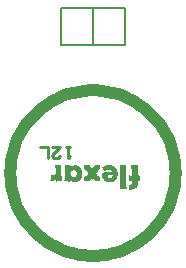
<source format=gto>
%FSTAX44Y44*%
%MOMM*%
%SFA1B1*%

%IPPOS*%
%ADD10C,0.999998*%
%ADD11C,0.200000*%
%ADD12C,0.220000*%
%LNpcb1-1*%
%LPD*%
G36*
X00053541Y00075057D02*
X00053737D01*
X00053957Y00075008*
X00054225Y00074959*
X00054542Y0007491*
X0005486Y00074812*
X00055226Y0007469*
X00055592Y00074544*
X00055958Y00074373*
X00056349Y00074153*
X00056715Y00073909*
X00057105Y00073616*
X00057471Y00073299*
X00057813Y00072908*
X00057838Y00072884*
X00057886Y00072811*
X0005796Y00072713*
X00058082Y00072542*
X00058204Y00072347*
X0005835Y00072127*
X00058497Y00071859*
X00058667Y00071542*
X00058814Y00071224*
X00058985Y00070858*
X00059131Y00070443*
X00059253Y00070028*
X00059375Y00069564*
X00059449Y00069101*
X00059497Y00068588*
X00059522Y00068075*
Y00068027*
Y00067929*
X00059497Y00067758*
Y00067538*
X00059473Y00067245*
X00059424Y00066929*
X00059375Y00066586*
X00059302Y00066196*
X00059204Y00065781*
X00059082Y00065366*
X0005896Y00064927*
X00058789Y00064487*
X0005857Y00064048*
X0005835Y00063608*
X00058082Y00063218*
X00057764Y00062827*
X0005774Y00062803*
X00057667Y0006273*
X00057569Y00062632*
X00057423Y0006251*
X00057252Y00062339*
X00057008Y00062168*
X00056739Y00061973*
X00056446Y00061778*
X00056104Y00061607*
X00055738Y00061412*
X00055323Y00061241*
X0005486Y0006107*
X00054396Y00060948*
X00053859Y0006085*
X00053322Y00060777*
X00052736Y00060752*
X00052516*
X0005237Y00060777*
X00052175Y00060801*
X00051955Y00060826*
X00051467Y00060948*
X00050905Y00061143*
X00050612Y00061265*
X0005032Y00061412*
X00050027Y00061582*
X00049758Y00061802*
X0004949Y00062046*
X00049246Y00062315*
X00049221Y00062339*
X00049123Y00062364*
X00049099*
X00049075Y00062339*
X0004905Y0006229*
X00049026Y00062193*
X00048977Y00062095*
X00048904Y00061924*
X00048855Y00061704*
Y0006168*
X00048831Y00061607*
X00048782Y00061485*
X00048733Y00061363*
X00048684Y00061241*
X00048611Y00061119*
X00048538Y00061045*
X00048464Y00061021*
X00048367*
X0004822Y00061045*
X00048025*
X00047757Y00061094*
X00047415Y00061143*
X00046975Y00061216*
X00046487Y00061314*
X00046414*
X00046341Y00061338*
X00046268Y00061363*
X00045999Y00061412*
X00045706Y00061485*
X00045364Y00061558*
X00045023Y00061631*
X0004473Y00061704*
X00044461Y00061778*
X00044437Y00061802*
X00044364Y00061851*
X0004429Y00061924*
X00044266Y00062022*
Y00062071*
Y00062168*
X0004429Y00062315*
Y00062339*
X00044315Y00062437*
X00044339Y00062559*
X00044364Y00062754*
X00044412Y00062998*
X00044437Y00063267*
X00044486Y00063584*
X00044534Y0006395*
X00044583Y00064316*
X00044632Y00064756*
X00044657Y00065195*
X00044705Y00065659*
X00044754Y0006666*
X00044779Y00067709*
Y00067758*
Y00067831*
Y00067905*
Y00068027*
Y00068173*
Y00068344*
X00044754Y00068515*
Y00068734*
Y00068979*
X0004473Y00069247*
Y0006954*
X00044705Y00069857*
Y00070199*
X00044681Y00070565*
X00044657Y00070956*
Y0007098*
Y00071053*
X00044632Y00071151*
Y00071297*
Y00071468*
X00044608Y00071688*
X00044583Y00072152*
X00044559Y00072664*
X00044534Y00073201*
X0004451Y00073714*
Y00073934*
Y00074153*
Y00074178*
Y00074251*
X00044534Y00074348*
X00044559Y00074446*
X00044632Y00074568*
X00044705Y00074666*
X00044827Y00074739*
X00044998Y00074763*
X00045169*
X00045316Y00074788*
X00045462*
X00045682Y00074812*
X00046145*
X00046438Y00074837*
X00046731*
X00047415Y00074861*
X00048171Y00074885*
X00049001*
X00049026Y00074861*
X00049075Y00074837*
X00049149Y00074788*
X00049221Y0007469*
X00049294Y00074544*
X00049343Y00074348*
X00049392Y0007408*
Y00074056*
X00049416Y00073958*
Y00073836*
X00049441Y00073665*
X00049465Y00073519*
X00049514Y00073397*
X00049538Y00073299*
X00049587Y00073274*
X00049612*
X0004966Y00073323*
X00049758Y00073397*
X0004988Y00073494*
X00049905Y00073519*
X00049953Y00073567*
X00050027Y00073641*
X00050149Y00073738*
X00050295Y0007386*
X00050466Y00074007*
X00050686Y00074129*
X00050905Y00074275*
X00051394Y00074568*
X00051979Y00074837*
X00052297Y00074934*
X00052614Y00075008*
X00052931Y00075057*
X00053273Y00075081*
X00053395*
X00053541Y00075057*
G37*
G36*
X00072581D02*
X00072776D01*
X00073167Y00075008*
X00073582Y00074959*
X00073777Y0007491*
X00073948Y00074885*
X00074094Y00074812*
X00074192Y00074763*
X00074265Y00074666*
X00074289Y00074593*
Y00074568*
Y00074519*
Y00074422*
Y00074275*
Y00074104*
Y00073885*
Y00073641*
Y00073348*
Y00073299*
Y00073201*
Y00073055*
X00074265Y00072884*
Y00072469*
Y00072249*
Y00072079*
Y0007203*
X00074241Y00071932*
X00074143Y00071761*
X00074094Y00071664*
X00073997Y00071542*
X00073972Y00071517*
X00073948Y00071493*
X00073874Y00071419*
X00073801Y00071322*
X00073679Y000712*
X00073557Y00071053*
X00073386Y00070882*
X00073191Y00070687*
X00072971Y00070467*
X00072752Y00070199*
X00072483Y0006993*
X0007219Y00069613*
X00071873Y00069271*
X00071531Y00068905*
X00071141Y00068515*
X0007075Y000681*
X00070799Y00068051*
X00070921Y00067929*
X00071116Y00067758*
X0007136Y00067514*
X00071678Y00067221*
X00071995Y00066904*
X00072727Y0006622*
X00072752Y00066196*
X000728Y00066147*
X00072874Y00066074*
X00072971Y00065976*
X00073216Y00065708*
X00073508Y00065415*
X00073801Y00065097*
X00074045Y00064804*
X00074143Y00064682*
X00074216Y0006456*
X00074265Y00064487*
X00074289Y00064414*
Y00061924*
Y000619*
Y00061875*
X00074216Y00061729*
X00074168Y0006168*
X00074094Y00061607*
X00073972Y00061582*
X00073801Y00061558*
X00073142*
X00072849Y00061582*
X00072508*
X00072117Y00061607*
X00071482*
X00071214Y00061631*
X00070384*
X00070262Y00061656*
X00070091Y00061753*
X00069993Y00061827*
X00069896Y00061924*
X00069871Y00061973*
X00069749Y00062119*
X00069579Y00062339*
X00069334Y00062656*
X00069042Y00063023*
X00068675Y00063486*
X00068236Y00063999*
X00067748Y0006456*
X00067723Y00064536*
X00067699Y00064487*
X00067626Y00064414*
X00067528Y00064292*
X00067431Y0006417*
X00067308Y00064023*
X00067016Y00063657*
X00066698Y00063242*
X00066356Y00062803*
X00066015Y00062364*
X00065722Y00061924*
Y000619*
X00065673Y00061875*
X00065575Y00061778*
X00065405Y00061704*
X00065307Y00061656*
X0006477*
X00064526Y00061631*
X00063867*
X00063452Y00061607*
X00063256*
X00063037Y00061582*
X000625*
X00062182Y00061558*
X00061597*
X00061401Y00061607*
X00061328Y00061656*
X0006123Y00061704*
X00061182Y00061802*
X00061157Y00061924*
Y00064414*
Y00064463*
X00061182Y0006456*
X00061279Y00064731*
X00061328Y00064804*
X00061426Y00064878*
X00061475Y00064927*
X00061548Y00065*
X00061621Y00065073*
X00061743Y00065195*
X00061865Y00065341*
X00062036Y00065512*
X00062231Y00065708*
X00062427Y00065927*
X00062671Y00066171*
X00062939Y0006644*
X00063208Y00066733*
X00063525Y00067075*
X00063867Y00067416*
X00064208Y00067782*
X00064599Y00068197*
X00064575Y00068222*
X0006455Y00068246*
X00064477Y00068319*
X00064404Y00068417*
X00064282Y00068515*
X0006416Y00068661*
X00063989Y00068832*
X00063793Y00069052*
X00063598Y00069271*
X00063354Y00069516*
X00063086Y00069808*
X00062817Y00070101*
X000625Y00070443*
X00062158Y00070785*
X00061816Y00071175*
X00061426Y0007159*
X00061401Y00071615*
X00061377Y00071639*
X00061279Y00071761*
X00061206Y00071932*
X00061157Y00072005*
Y00072103*
Y00074593*
Y00074617*
X00061182Y0007469*
X00061206Y00074788*
X00061279Y00074861*
X00061304*
X00061377Y0007491*
X00061475Y00074934*
X00061645Y00074983*
X00061694*
X00061792Y00075008*
X00061963*
X00062182Y00075032*
X00062427Y00075057*
X00062744*
X00063061Y00075081*
X00063745*
X00063964Y00075057*
X00064233*
X00064526Y00075032*
X00064794Y00075008*
X00065063Y00074983*
X00065087*
X00065185Y00074934*
X00065356Y00074837*
X000656Y00074715*
Y0007469*
X00065624Y00074666*
X00065722Y00074519*
X00065893Y00074275*
X00066137Y00073958*
X0006643Y00073543*
X00066771Y0007303*
X00067211Y00072445*
X00067699Y00071761*
X00067723Y00071785*
X00067772Y00071859*
X00067919Y0007203*
X00067992Y00072127*
X00068114Y00072274*
X0006826Y00072445*
X00068407Y0007264*
X00068602Y00072884*
X00068822Y00073153*
X00069066Y0007347*
X00069334Y00073811*
X00069652Y00074202*
X00069993Y00074641*
X00070018Y0007469*
X00070116Y00074788*
X00070286Y0007491*
X00070531Y00074983*
X00070555*
X00070628Y00075008*
X0007075*
X00070897Y00075032*
X00071116Y00075057*
X00071385*
X00071702Y00075081*
X0007241*
X00072581Y00075057*
G37*
G36*
X00040214D02*
X0004058D01*
X00040922Y00075032*
X00041264Y00075008*
X00041288*
X00041337Y00074983*
X00041483Y0007491*
X0004163Y00074788*
X00041679Y00074666*
X00041703Y00074544*
Y00074519*
Y00074495*
Y00074422*
Y00074324*
Y00074202*
Y0007408*
Y00073909*
Y0007369*
Y0007347*
Y00073226*
Y00072957*
Y0007264*
Y00072323*
Y00071956*
Y0007159*
Y00071175*
Y00071151*
Y00071078*
Y00070956*
Y00070809*
Y00070614*
Y00070394*
X00041679Y00069906*
Y00069369*
Y00068808*
Y00068246*
Y00068002*
Y00067782*
Y00067734*
Y00067636*
Y00067465*
Y00067221*
X00041703Y00066953*
Y00066611*
X00041727Y00066245*
X00041752Y00065854*
X00041776Y00065439*
X00041825Y00065*
X00041947Y00064072*
X00042093Y00063169*
X00042191Y0006273*
X00042289Y00062315*
Y0006229*
Y00062241*
X00042313Y00062119*
Y00062095*
X00042289Y00061997*
X0004224Y00061924*
X00042118Y00061851*
X00042069*
X00041971Y00061827*
X00041776Y00061802*
X00041532Y00061778*
X00041215Y00061729*
X00040824Y00061656*
X0004036Y00061582*
X00039848Y00061509*
X00039823*
X00039751Y00061485*
X00039628Y0006146*
X00039506Y00061436*
X00039335Y00061412*
X0003914Y00061363*
X00038725Y00061289*
X00038286Y00061216*
X0003809Y00061167*
X00037919Y00061143*
X00037773Y00061119*
X00037651Y00061094*
X00037578Y0006107*
X00037505*
X0003748Y00061094*
X00037431Y00061119*
X00037382Y00061167*
X00037334Y00061289*
X00037285Y00061436*
X00037236Y00061656*
X00037212Y00061949*
Y00061973*
Y00062071*
X00037187Y00062217*
X00037163Y00062364*
X00037138Y00062534*
X0003709Y00062681*
X00037041Y00062803*
X00036968Y00062852*
X00036943Y00062827*
X00036894Y00062778*
X00036821Y0006273*
X00036675Y00062632*
X00036479Y0006251*
X00036186Y00062339*
X00035991Y00062241*
X00035796Y00062119*
X00035772*
X00035723Y00062095*
X00035649Y00062046*
X00035552Y00061997*
X00035308Y00061875*
X00034966Y00061729*
X00034551Y00061607*
X00034136Y00061485*
X00033672Y00061387*
X00033209Y00061363*
X00033086*
X00032964Y00061387*
X00032793Y00061412*
X00032647Y0006146*
X00032525Y00061509*
X00032427Y00061607*
X00032403Y00061729*
Y00061753*
Y00061802*
Y000619*
Y00062022*
X00032427Y00062193*
X00032452Y00062388*
X00032476Y00062608*
X00032501Y00062876*
Y00062901*
Y00062998*
X00032525Y00063145*
Y00063315*
X00032549Y00063706*
X00032574Y00063877*
Y00064023*
Y00064048*
Y00064097*
Y00064194*
Y00064316*
Y00064463*
Y00064658*
Y00064878*
Y00065122*
Y00065146*
Y00065244*
Y0006539*
X00032549Y00065561*
Y00065927*
Y00066098*
Y0006622*
Y00066245*
Y00066318*
X00032574Y00066391*
X00032623Y00066489*
X00032696Y00066611*
X00032793Y00066684*
X0003294Y00066757*
X00033135Y00066782*
X00033575*
X00033916Y00066757*
X0003399*
X00034087Y00066733*
X00034209*
X00034453Y00066708*
X00034893*
X00035088Y00066733*
X00035356Y00066757*
X00035625Y00066806*
X00035869Y00066855*
X00036113Y00066953*
X00036308Y00067075*
X00036333Y00067099*
X00036382Y00067148*
X00036431Y00067245*
X00036504Y00067392*
X00036601Y00067587*
X0003665Y00067831*
X00036699Y00068148*
X00036723Y00068539*
Y00068564*
Y00068661*
Y00068808*
Y00069003*
Y00069271*
Y00069589*
X00036699Y00069955*
Y00070394*
Y00070419*
Y00070443*
Y0007059*
Y00070809*
X00036675Y00071078*
Y00071371*
Y00071688*
Y00071981*
Y00072225*
Y00072249*
Y00072298*
Y00072396*
Y00072542*
X0003665Y00072713*
Y00072933*
Y00073177*
X00036626Y0007347*
Y00073494*
X00036601Y00073592*
Y00073738*
X00036577Y00073909*
X00036553Y000743*
Y00074495*
Y00074641*
Y00074666*
Y0007469*
X00036601Y00074837*
X00036675Y00074885*
X00036748Y00074959*
X0003687Y00075008*
X00037041Y00075032*
X00037163*
X00037334Y00075057*
X00037846*
X00038188Y00075081*
X00039872*
X00040214Y00075057*
G37*
G36*
X00104948D02*
X00105289D01*
X00105607Y00075032*
X00105729Y00075008*
X00105851*
X001059Y00074983*
X00106046Y0007491*
X00106144Y00074837*
X00106217Y00074739*
X00106266Y00074593*
X0010629Y00074446*
Y0006666*
Y00066635*
Y00066586*
X00106315Y00066538*
X00106363Y0006644*
X00106437Y00066367*
X00106534Y00066318*
X00106656Y00066269*
X00106852Y00066245*
X00107022*
X00107169Y00066269*
X00107535*
X00107682Y00066245*
X00107828Y00066196*
X00107877Y00066147*
X00107901Y00066074*
Y00066049*
Y00066025*
Y00065952*
X00107926Y0006583*
Y00065708*
X0010795Y00065561*
Y00065366*
Y00065146*
X00107975Y00064927*
Y00064658*
X00107999Y00064365*
Y00064023*
X00108023Y00063682*
Y00063315*
Y00062901*
Y00062486*
Y00062461*
Y00062388*
X00107999Y00062315*
X0010795Y00062193*
X00107901Y00062095*
X00107804Y00061997*
X00107657Y000619*
X00107486Y00061851*
X00107413*
X00107315Y00061827*
X00107193*
X00106876Y00061802*
X0010651Y00061778*
Y00061753*
Y00061729*
Y00061582*
X00106534Y00061387*
Y00061143*
X00106559Y0006085*
Y00060557*
X00106583Y00060289*
Y0006002*
Y00059996*
Y00059923*
Y00059801*
X00106559Y0005963*
Y00059434*
X00106534Y0005919*
X00106461Y00058678*
X00106339Y00058092*
X00106193Y00057506*
X00105948Y00056945*
X00105802Y000567*
X00105631Y00056481*
X00105607Y00056456*
X00105533Y00056383*
X00105436Y00056286*
X00105265Y00056139*
X0010507Y00055968*
X00104826Y00055773*
X00104533Y00055578*
X00104167Y00055382*
X00103776Y00055187*
X00103337Y00054968*
X00102849Y00054797*
X00102287Y00054626*
X00101701Y00054479*
X00101042Y00054382*
X00100334Y00054308*
X00099578Y00054284*
X00099529*
X00099431Y00054308*
X00099309Y00054357*
X00099236Y00054455*
Y00054479*
X00099212Y00054552*
X00099187Y00054699*
X00099163Y00054894*
X00099114Y00055163*
X00099041Y0005548*
X00098967Y00055895*
X00098894Y00056359*
Y00056383*
Y00056432*
X0009887Y00056505*
X00098845Y00056603*
X00098821Y00056725*
X00098772Y00056896*
X00098723Y00057115*
Y0005714*
X00098699Y00057213*
X00098674Y00057311*
X0009865Y00057408*
X00098626Y00057701*
X00098601Y00057945*
Y0005797*
X00098626Y00057994*
X0009865Y00058043*
X00098723Y00058116*
X00098845Y00058189*
X00099016Y00058263*
X0009926Y00058336*
X00099602Y00058385*
X00099651*
X00099773Y00058409*
X00099968Y00058434*
X00100212Y00058482*
X00100457Y00058531*
X00100676Y00058604*
X00100871Y00058702*
X00101018Y00058801*
X00101042Y00058824*
X00101092Y00058897*
X00101164Y00059044*
X00101262Y00059239*
X0010136Y00059508*
X00101433Y00059849*
X00101482Y00060264*
X00101506Y00060777*
Y00060801*
Y0006085*
Y00060948*
X00101482Y0006107*
X00101457Y00061338*
X00101408Y00061656*
X00100725*
X00100481Y00061631*
X00099895*
X000997Y00061607*
X0009887*
X00098723Y00061656*
X00098601Y00061729*
X00098552Y00061827*
X00098528Y00061924*
Y00061949*
Y00062046*
Y00062193*
Y00062412*
X00098504Y00062705*
Y00063047*
Y00063438*
X00098479Y00063901*
Y00063926*
Y00063975*
Y00064048*
Y00064145*
Y0006439*
Y00064707*
Y00065049*
Y00065366*
Y00065659*
Y00065903*
Y00065927*
Y00065952*
X00098528Y00066074*
X00098577Y00066147*
X00098626Y00066196*
X00098723Y0006622*
X00098845Y00066245*
X00099382*
X00099724Y0006622*
X00100115*
X00100505Y00066196*
X00100896Y00066171*
X00101262Y00066147*
Y00066196*
Y00066342*
X00101237Y00066586*
Y00066929*
X00101213Y00067343*
X00101189Y00067856*
Y00068442*
X00101164Y00069101*
Y00069149*
Y00069271*
X0010114Y00069467*
Y0006976*
X00101115Y0007015*
Y0007037*
X00101092Y00070638*
X00101067Y00070907*
Y00071224*
X00101042Y00071542*
X00101018Y00071908*
Y00071932*
Y00071981*
Y00072079*
X00100993Y000722*
Y00072347*
Y00072542*
X00100969Y00072933*
Y00073397*
X00100945Y0007386*
Y000743*
Y00074715*
Y00074763*
X00100993Y00074861*
X00101042Y0007491*
X00101092Y00074983*
X00101189Y00075008*
X00101311Y00075032*
X00101408*
X00101579Y00075057*
X00102141*
X00102336Y00075081*
X00104606*
X00104948Y00075057*
G37*
G36*
X00082271D02*
X00082515D01*
X00082808Y00075032*
X00083126Y00074983*
X00083492Y0007491*
X00083882Y00074837*
X00084322Y00074739*
X00084761Y00074617*
X00085201Y00074446*
X0008564Y00074275*
X00086104Y00074056*
X00086543Y00073787*
X00086958Y00073494*
X00087349Y00073153*
X00087373Y00073128*
X00087446Y00073055*
X00087544Y00072933*
X0008769Y00072786*
X00087837Y00072591*
X00088008Y00072347*
X00088203Y00072054*
X00088398Y00071712*
X00088618Y00071371*
X00088789Y00070956*
X00088984Y00070516*
X0008913Y00070053*
X00089277Y0006954*
X00089374Y00068979*
X00089448Y00068417*
X00089472Y00067807*
Y00067758*
Y0006766*
X00089448Y0006749*
Y0006727*
X00089423Y00067001*
X00089374Y0006666*
X00089326Y00066318*
X00089228Y00065927*
X0008913Y00065512*
X00089008Y00065073*
X00088862Y00064634*
X00088667Y00064194*
X00088471Y00063755*
X00088203Y00063315*
X00087934Y00062876*
X00087593Y00062486*
X00087568Y00062461*
X00087495Y00062388*
X00087397Y0006229*
X00087226Y00062144*
X00087031Y00061997*
X00086811Y00061802*
X00086519Y00061607*
X00086201Y00061412*
X0008586Y00061216*
X00085469Y00061021*
X00085054Y00060826*
X0008459Y00060679*
X00084102Y00060533*
X00083566Y00060435*
X00083004Y00060362*
X00082418Y00060338*
X00082296*
X00082149Y00060362*
X00081954*
X00081734Y00060386*
X00081466Y00060435*
X00081149Y00060508*
X00080831Y00060582*
X00080465Y00060679*
X00080099Y00060826*
X00079733Y00060972*
X00079342Y00061167*
X00078952Y00061387*
X00078561Y00061656*
X00078195Y00061973*
X00077829Y00062315*
X00077805Y00062339*
X00077756Y00062412*
X00077658Y0006251*
X00077536Y00062656*
X00077389Y00062852*
X00077219Y00063096*
X00077048Y0006334*
X00076877Y00063633*
X00076706Y00063975*
X00076535Y00064341*
X00076364Y00064731*
X00076218Y00065146*
X00076096Y00065586*
X00075998Y00066049*
X00075949Y00066513*
X00075925Y00067026*
Y0006705*
Y00067075*
Y00067148*
X00075949Y00067245*
X00075974Y0006749*
X00076047Y00067758*
X00076145Y00068051*
X00076315Y00068319*
X00076535Y00068539*
X00076682Y00068612*
X00076852Y00068661*
X00076926*
X00076974Y00068686*
X00077145*
X00077268Y0006871*
X00077438Y00068734*
X00077634*
X00077878Y00068759*
X00078146Y00068783*
X00078463Y00068832*
X00078854Y00068856*
X00079269Y00068905*
X00079757Y00068954*
X0007983*
X00079928Y00068979*
X00080075*
X00080245Y00069003*
X00080465Y00069027*
X00080709Y00069052*
X00081002Y00069076*
X00081319Y00069101*
X00081686Y00069125*
X000821Y00069174*
X0008254Y00069223*
X00083028Y00069247*
X00083541Y00069296*
X00084102Y00069345*
X00084712Y00069393*
Y00069442*
X00084663Y0006954*
X00084615Y00069711*
X00084493Y00069906*
X00084346Y0007015*
X00084151Y0007037*
X00083882Y0007059*
X00083541Y00070785*
X00083492Y00070809*
X00083394Y00070858*
X00083223Y00070907*
X00083004Y0007098*
X00082711Y00071078*
X00082418Y00071127*
X00082052Y00071175*
X00081686Y000712*
X00081466*
X00081222Y00071151*
X0008088Y00071102*
X00080514Y00071029*
X00080075Y00070907*
X00079611Y00070736*
X00079147Y00070516*
X00079123Y00070492*
X00079049Y00070467*
X00078952Y00070394*
X00078805Y00070297*
X00078463Y00070077*
X00078073Y00069833*
X00078049*
X00078024Y00069882*
X00077951Y0006993*
X00077829Y00070053*
X00077707Y00070248*
X00077536Y00070492*
X00077438Y00070638*
X00077316Y00070834*
X00077194Y00071029*
X00077072Y00071273*
Y00071297*
X00077048Y00071322*
X0007695Y00071468*
X00076852Y00071688*
X00076706Y00071956*
X00076584Y00072249*
X00076462Y00072518*
X00076389Y00072737*
X00076364Y00072908*
Y00072933*
X00076389Y00072982*
X00076462Y00073104*
X00076608Y00073226*
X00076633Y0007325*
X00076682Y00073299*
X00076779Y00073397*
X00076926Y00073519*
X00077121Y00073665*
X00077341Y00073811*
X00077609Y00073982*
X00077926Y00074153*
X00078268Y00074324*
X00078659Y00074495*
X00079098Y00074641*
X00079586Y00074788*
X00080099Y0007491*
X00080685Y00075008*
X00081295Y00075057*
X00081954Y00075081*
X000821*
X00082271Y00075057*
G37*
G36*
X00095062D02*
X00095428D01*
X00095794Y00075032*
X00096111Y00075008*
X00096234*
X00096331Y00074983*
X0009638Y00074959*
X00096478Y0007491*
X000966Y00074788*
X00096624Y0007469*
X00096649Y00074593*
Y00074007*
Y00073982*
Y00073958*
Y0007386*
Y00073763*
Y00073641*
Y0007347*
Y00073274*
Y00073055*
Y00072811*
Y00072518*
Y00072225*
Y00071883*
Y00071517*
Y00071102*
Y00070687*
Y00070223*
Y00070199*
Y00070101*
Y00069979*
Y00069808*
Y00069613*
Y00069369*
Y00069101*
X00096624Y00068808*
Y00068197*
Y00067587*
Y00066977*
Y00066708*
Y00066464*
X000966Y0006107*
Y00061045*
Y00060923*
Y00060777*
Y00060557*
X00096624Y00060289*
Y00059971*
X00096649Y0005963*
Y00059239*
X00096673Y00058824*
X00096697Y00058385*
X00096771Y00057506*
X00096844Y00056578*
X00096941Y000557*
Y00055675*
X00096966Y00055626*
X0009699Y00055553*
Y0005548*
Y00055456*
Y00055431*
X00096941Y00055309*
X00096893Y0005526*
X00096844Y00055212*
X00096746Y00055187*
X00096624Y00055163*
X00091523*
X00091401Y00055212*
X00091303Y00055285*
X00091254Y00055382*
Y0005548*
Y000557*
Y00055724*
Y00055773*
Y00055846*
X00091278Y00055968*
Y00056115*
Y00056286*
X00091303Y00056505*
Y00056725*
X00091327Y00056969*
X00091352Y00057262*
X00091376Y00057872*
X00091401Y0005858*
X00091449Y00059337*
X00091474Y00060142*
X00091523Y00060997*
X00091547Y000619*
X00091571Y00062803*
X0009162Y00064658*
X00091645Y00065586*
Y00066464*
Y00066513*
Y00066635*
Y0006683*
Y00067099*
Y00067416*
Y00067807*
Y00068222*
Y00068661*
Y00069613*
Y00070614*
X0009162Y00071078*
Y00071542*
Y00071981*
Y00072396*
Y0007242*
Y00072469*
Y00072542*
Y00072664*
X00091596Y00072811*
Y00073006*
X00091571Y00073226*
X00091547Y00073494*
Y00073519*
Y00073616*
Y00073738*
X00091523Y00073909*
Y00074275*
Y00074446*
Y00074617*
Y00074666*
X00091571Y00074763*
X00091669Y00074885*
X00091742Y00074934*
X00091864Y00074983*
X00091889*
X00091986Y00075008*
X00092157*
X00092377Y00075032*
X00092694Y00075057*
X00093109*
X00093573Y00075081*
X0009472*
X00095062Y00075057*
G37*
%LNpcb1-2*%
%LPC*%
G36*
X00052028Y0007059D02*
X00051979D01*
X00051833Y00070565*
X00051613Y00070541*
X0005132Y00070492*
X00051003Y00070394*
X00050686Y00070248*
X00050344Y00070077*
X00050051Y00069808*
X00050027Y0006976*
X00049929Y00069662*
X00049807Y00069491*
X0004966Y00069247*
X00049538Y00068954*
X00049416Y00068612*
X00049319Y00068246*
X00049294Y00067807*
Y00067782*
Y00067758*
Y00067612*
X00049343Y00067367*
X00049392Y00067099*
X0004949Y00066782*
X00049612Y0006644*
X00049807Y00066123*
X00050051Y00065805*
X00050075Y00065781*
X00050197Y00065683*
X00050344Y00065561*
X00050588Y00065415*
X00050857Y00065268*
X00051198Y00065146*
X00051589Y00065049*
X00052028Y00065024*
X00052223*
X00052443Y00065073*
X00052736Y00065122*
X00053029Y00065219*
X00053371Y00065341*
X00053688Y00065537*
X00053981Y00065805*
X00054005Y0006583*
X00054103Y00065952*
X00054201Y00066123*
X00054347Y00066342*
X00054469Y00066635*
X00054591Y00066977*
X00054689Y00067367*
X00054713Y00067807*
Y00067831*
Y00067856*
X00054689Y00068002*
X00054664Y00068222*
X00054615Y0006849*
X00054518Y00068783*
X00054371Y00069125*
X00054201Y00069467*
X00053932Y00069784*
X00053908Y00069808*
X00053786Y00069906*
X00053615Y00070028*
X00053395Y00070174*
X00053127Y00070345*
X00052809Y00070467*
X00052443Y00070565*
X00052028Y0007059*
G37*
G36*
X00084566Y00066708D02*
X00084248D01*
X00084127Y00066684*
X00083956*
X00083785Y0006666*
X00083566*
X00083321Y00066635*
X00083053Y00066611*
X0008276Y00066562*
X00082442Y00066538*
X000821Y00066489*
X0008171Y0006644*
X00081319Y00066391*
X00081295*
X00081246Y00066367*
X00081075Y00066342*
X00080929Y00066245*
X0008088Y00066196*
X00080856Y00066147*
Y00066098*
Y00066001*
X0008088Y0006583*
X00080929Y00065634*
X00081002Y0006539*
X00081124Y00065146*
X00081271Y00064878*
X0008149Y00064634*
X00081515Y00064609*
X00081612Y00064536*
X00081734Y00064414*
X00081905Y00064292*
X00082125Y00064194*
X00082393Y00064072*
X00082662Y00063999*
X00082979Y00063975*
X00083126*
X00083297Y00064023*
X00083492Y00064072*
X00083712Y00064145*
X00083956Y00064292*
X00084201Y00064463*
X00084419Y00064707*
X00084444Y00064731*
X00084517Y00064829*
X0008459Y00064975*
X00084688Y00065171*
X0008481Y00065415*
X00084883Y00065683*
X00084956Y00066001*
X00084981Y00066318*
Y00066342*
Y00066367*
X00084932Y00066513*
X00084883Y00066586*
X0008481Y00066635*
X00084712Y00066684*
X00084566Y00066708*
G37*
%LNpcb1-3*%
%LPD*%
G54D10*
X00138433Y00068275D02*
D01*
X00138263Y00073158*
X00137752Y00078017*
X00136904Y00082829*
X00135722Y0008757*
X00134212Y00092217*
X00132382Y00096747*
X0013024Y00101138*
X00127797Y0010537*
X00125065Y0010942*
X00122056Y00113271*
X00118787Y00116901*
X00115273Y00120295*
X0011153Y00123436*
X00107577Y00126308*
X00103433Y00128897*
X00099119Y00131191*
X00094656Y00133178*
X00090065Y00134849*
X00085368Y00136196*
X00080589Y00137212*
X0007575Y00137892*
X00070876Y00138233*
X0006599*
X00061116Y00137892*
X00056278Y00137212*
X00051499Y00136196*
X00046802Y00134849*
X00042211Y00133178*
X00037747Y00131191*
X00033433Y00128897*
X0002929Y00126308*
X00025337Y00123436*
X00021594Y00120295*
X00018079Y00116901*
X0001481Y00113271*
X00011802Y0010942*
X0000907Y0010537*
X00006627Y00101138*
X00004485Y00096747*
X00002655Y00092217*
X00001145Y0008757*
X-00000036Y00082829*
X-00000884Y00078017*
X-00001395Y00073158*
X-00001565Y00068275*
X-00001395Y00063392*
X-00000884Y00058533*
X-00000036Y00053722*
X00001145Y00048981*
X00002655Y00044334*
X00004485Y00039804*
X00006627Y00035412*
X0000907Y00031181*
X00011802Y00027131*
X0001481Y0002328*
X00018079Y00019649*
X00021594Y00016255*
X00025337Y00013115*
X0002929Y00010243*
X00033433Y00007654*
X00037747Y0000536*
X00042211Y00003373*
X00046802Y00001701*
X00051499Y00000355*
X00056278Y-0000066*
X00061116Y-0000134*
X0006599Y-00001681*
X00070876*
X0007575Y-0000134*
X00080589Y-0000066*
X00085368Y00000355*
X00090065Y00001701*
X00094656Y00003373*
X00099119Y0000536*
X00103433Y00007654*
X00107577Y00010243*
X0011153Y00013115*
X00115273Y00016255*
X00118787Y00019649*
X00122056Y0002328*
X00125065Y00027131*
X00127797Y00031181*
X0013024Y00035412*
X00132382Y00039804*
X00134212Y00044334*
X00135722Y00048981*
X00136904Y00053722*
X00137752Y00058533*
X00138263Y00063392*
X00138433Y00068275*
G54D11*
X00068653Y00176469D02*
Y00208219D01*
X00041348Y00176469D02*
Y00208219D01*
Y00176469D02*
X00095733D01*
Y00208219*
X00041348D02*
X00095733D01*
G54D12*
X00048649Y00090661D02*
X00045317D01*
X00046983*
Y00080664*
X00048649Y0008233*
X00033655Y00090661D02*
X00040318D01*
X00033655Y00083996*
Y0008233*
X0003532Y00080664*
X00038652*
X00040318Y0008233*
X00030321Y00080664D02*
Y00090661D01*
X00023657*
M02*
</source>
